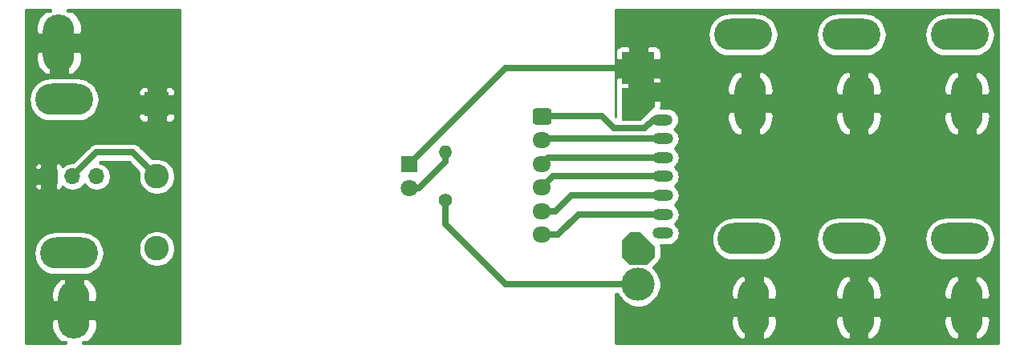
<source format=gbr>
%TF.GenerationSoftware,KiCad,Pcbnew,(5.1.9)-1*%
%TF.CreationDate,2021-04-12T23:16:35+02:00*%
%TF.ProjectId,v1_BMR480,76315f42-4d52-4343-9830-2e6b69636164,rev?*%
%TF.SameCoordinates,Original*%
%TF.FileFunction,Copper,L1,Top*%
%TF.FilePolarity,Positive*%
%FSLAX46Y46*%
G04 Gerber Fmt 4.6, Leading zero omitted, Abs format (unit mm)*
G04 Created by KiCad (PCBNEW (5.1.9)-1) date 2021-04-12 23:16:35*
%MOMM*%
%LPD*%
G01*
G04 APERTURE LIST*
%TA.AperFunction,ComponentPad*%
%ADD10C,0.100000*%
%TD*%
%TA.AperFunction,ComponentPad*%
%ADD11O,2.200000X1.200000*%
%TD*%
%TA.AperFunction,ComponentPad*%
%ADD12C,3.500001*%
%TD*%
%TA.AperFunction,ComponentPad*%
%ADD13R,3.500000X3.500000*%
%TD*%
%TA.AperFunction,ComponentPad*%
%ADD14R,2.600000X2.600000*%
%TD*%
%TA.AperFunction,ComponentPad*%
%ADD15C,2.600000*%
%TD*%
%TA.AperFunction,ComponentPad*%
%ADD16O,1.400000X1.400000*%
%TD*%
%TA.AperFunction,ComponentPad*%
%ADD17C,1.400000*%
%TD*%
%TA.AperFunction,ComponentPad*%
%ADD18O,1.700000X1.700000*%
%TD*%
%TA.AperFunction,ComponentPad*%
%ADD19R,1.700000X1.700000*%
%TD*%
%TA.AperFunction,ComponentPad*%
%ADD20O,6.096000X3.302000*%
%TD*%
%TA.AperFunction,ComponentPad*%
%ADD21O,3.302000X6.096000*%
%TD*%
%TA.AperFunction,ComponentPad*%
%ADD22O,1.950000X1.700000*%
%TD*%
%TA.AperFunction,ComponentPad*%
%ADD23C,1.800000*%
%TD*%
%TA.AperFunction,ComponentPad*%
%ADD24R,1.800000X1.800000*%
%TD*%
%TA.AperFunction,Conductor*%
%ADD25C,0.700000*%
%TD*%
%TA.AperFunction,Conductor*%
%ADD26C,2.000000*%
%TD*%
%TA.AperFunction,Conductor*%
%ADD27C,0.254000*%
%TD*%
%TA.AperFunction,Conductor*%
%ADD28C,0.100000*%
%TD*%
G04 APERTURE END LIST*
%TA.AperFunction,ComponentPad*%
D10*
%TO.P,PS1,5*%
%TO.N,-VOUT*%
G36*
X143760000Y-57630000D02*
G01*
X141760000Y-57630000D01*
X141760000Y-54130000D01*
X145260000Y-54130000D01*
X145260000Y-56130000D01*
X143760000Y-57630000D01*
G37*
%TD.AperFunction*%
D11*
%TO.P,PS1,15*%
%TO.N,SA0*%
X146110000Y-69500000D03*
%TO.P,PS1,14*%
%TO.N,SA1*%
X146110000Y-67500000D03*
%TO.P,PS1,13*%
%TO.N,Net-(J3-Pad5)*%
X146110000Y-65500000D03*
%TO.P,PS1,12*%
%TO.N,Net-(J3-Pad4)*%
X146110000Y-63500000D03*
%TO.P,PS1,11*%
%TO.N,Net-(J3-Pad3)*%
X146110000Y-61500000D03*
%TO.P,PS1,10*%
%TO.N,Net-(J3-Pad2)*%
X146110000Y-59500000D03*
%TO.P,PS1,9*%
%TO.N,Net-(J3-Pad1)*%
X146050000Y-57500000D03*
D12*
%TO.P,PS1,8*%
%TO.N,+VOUT*%
X143510000Y-74930000D03*
D13*
%TO.P,PS1,4*%
%TO.N,-VOUT*%
X143510000Y-52070000D03*
%TA.AperFunction,ComponentPad*%
D10*
%TO.P,PS1,7*%
%TO.N,+VOUT*%
G36*
X145260000Y-70870000D02*
G01*
X145260000Y-71995000D01*
X144385000Y-72870000D01*
X142635000Y-72870000D01*
X141760000Y-71995000D01*
X141760000Y-70245000D01*
X142635000Y-69370000D01*
X143760000Y-69370000D01*
X145260000Y-70870000D01*
G37*
%TD.AperFunction*%
D14*
%TO.P,PS1,3*%
%TO.N,-VIN*%
X92710000Y-55880000D03*
D15*
%TO.P,PS1,2*%
%TO.N,ONOFF_INV*%
X92710000Y-63500000D03*
%TO.P,PS1,1*%
%TO.N,+VIN*%
X92710000Y-71120000D03*
%TD*%
D16*
%TO.P,R1,2*%
%TO.N,Net-(D1-Pad2)*%
X123190000Y-60960000D03*
D17*
%TO.P,R1,1*%
%TO.N,+VOUT*%
X123190000Y-66040000D03*
%TD*%
D18*
%TO.P,J10,3*%
%TO.N,N/C*%
X86360000Y-63500000D03*
%TO.P,J10,2*%
%TO.N,ONOFF_INV*%
X83820000Y-63500000D03*
D19*
%TO.P,J10,1*%
%TO.N,-VIN*%
X81280000Y-63500000D03*
%TD*%
D20*
%TO.P,J9,2*%
%TO.N,+VOUT*%
X177419000Y-70104000D03*
D21*
%TO.P,J9,1*%
%TO.N,-VOUT*%
X178181000Y-77343000D03*
%TD*%
D20*
%TO.P,J8,2*%
%TO.N,+VOUT*%
X177419000Y-48514000D03*
D21*
%TO.P,J8,1*%
%TO.N,-VOUT*%
X178181000Y-55753000D03*
%TD*%
D20*
%TO.P,J7,2*%
%TO.N,+VOUT*%
X154940000Y-70104000D03*
D21*
%TO.P,J7,1*%
%TO.N,-VOUT*%
X155702000Y-77343000D03*
%TD*%
D20*
%TO.P,J6,2*%
%TO.N,+VOUT*%
X165989000Y-48514000D03*
D21*
%TO.P,J6,1*%
%TO.N,-VOUT*%
X166751000Y-55753000D03*
%TD*%
D20*
%TO.P,J5,2*%
%TO.N,+VOUT*%
X154559000Y-48514000D03*
D21*
%TO.P,J5,1*%
%TO.N,-VOUT*%
X155321000Y-55753000D03*
%TD*%
D20*
%TO.P,J4,2*%
%TO.N,+VOUT*%
X165989000Y-70104000D03*
D21*
%TO.P,J4,1*%
%TO.N,-VOUT*%
X166751000Y-77343000D03*
%TD*%
D22*
%TO.P,J3,6*%
%TO.N,SA1*%
X133350000Y-69650000D03*
%TO.P,J3,5*%
%TO.N,Net-(J3-Pad5)*%
X133350000Y-67150000D03*
%TO.P,J3,4*%
%TO.N,Net-(J3-Pad4)*%
X133350000Y-64650000D03*
%TO.P,J3,3*%
%TO.N,Net-(J3-Pad3)*%
X133350000Y-62150000D03*
%TO.P,J3,2*%
%TO.N,Net-(J3-Pad2)*%
X133350000Y-59650000D03*
%TO.P,J3,1*%
%TO.N,Net-(J3-Pad1)*%
%TA.AperFunction,ComponentPad*%
G36*
G01*
X132625000Y-56300000D02*
X134075000Y-56300000D01*
G75*
G02*
X134325000Y-56550000I0J-250000D01*
G01*
X134325000Y-57750000D01*
G75*
G02*
X134075000Y-58000000I-250000J0D01*
G01*
X132625000Y-58000000D01*
G75*
G02*
X132375000Y-57750000I0J250000D01*
G01*
X132375000Y-56550000D01*
G75*
G02*
X132625000Y-56300000I250000J0D01*
G01*
G37*
%TD.AperFunction*%
%TD*%
D21*
%TO.P,J2,1*%
%TO.N,-VIN*%
X83998000Y-77622000D03*
D20*
%TO.P,J2,2*%
%TO.N,+VIN*%
X83439000Y-71628000D03*
%TD*%
D21*
%TO.P,J1,1*%
%TO.N,-VIN*%
X82372000Y-49378000D03*
D20*
%TO.P,J1,2*%
%TO.N,+VIN*%
X82931000Y-55372000D03*
%TD*%
D23*
%TO.P,D1,2*%
%TO.N,Net-(D1-Pad2)*%
X119380000Y-64770000D03*
D24*
%TO.P,D1,1*%
%TO.N,-VOUT*%
X119380000Y-62230000D03*
%TD*%
D25*
%TO.N,Net-(D1-Pad2)*%
X120369949Y-64770000D02*
X119380000Y-64770000D01*
X123190000Y-61949949D02*
X120369949Y-64770000D01*
X123190000Y-60960000D02*
X123190000Y-61949949D01*
%TO.N,-VOUT*%
X129540000Y-52070000D02*
X143510000Y-52070000D01*
X119380000Y-62230000D02*
X129540000Y-52070000D01*
D26*
X143510000Y-52070000D02*
X143510000Y-55880000D01*
X143510000Y-55880000D02*
X144780000Y-54610000D01*
X144780000Y-54610000D02*
X147320000Y-54610000D01*
D25*
%TO.N,SA1*%
X135025000Y-69650000D02*
X133350000Y-69650000D01*
X137175000Y-67500000D02*
X135025000Y-69650000D01*
X146110000Y-67500000D02*
X137175000Y-67500000D01*
%TO.N,Net-(J3-Pad5)*%
X146110000Y-65500000D02*
X136430000Y-65500000D01*
X134780000Y-67150000D02*
X133350000Y-67150000D01*
X136430000Y-65500000D02*
X134780000Y-67150000D01*
%TO.N,Net-(J3-Pad4)*%
X134500000Y-63500000D02*
X133350000Y-64650000D01*
X146110000Y-63500000D02*
X134500000Y-63500000D01*
%TO.N,Net-(J3-Pad3)*%
X134000000Y-61500000D02*
X133350000Y-62150000D01*
X146110000Y-61500000D02*
X134000000Y-61500000D01*
%TO.N,Net-(J3-Pad2)*%
X133500000Y-59500000D02*
X133350000Y-59650000D01*
X146110000Y-59500000D02*
X133500000Y-59500000D01*
%TO.N,Net-(J3-Pad1)*%
X146050000Y-57500000D02*
X145054606Y-57500000D01*
X145054606Y-57500000D02*
X144134606Y-58420000D01*
X144134606Y-58420000D02*
X140970000Y-58420000D01*
X139700000Y-57150000D02*
X133350000Y-57150000D01*
X140970000Y-58420000D02*
X139700000Y-57150000D01*
%TO.N,+VOUT*%
X123190000Y-66040000D02*
X123190000Y-68580000D01*
X129540000Y-74930000D02*
X143510000Y-74930000D01*
X123190000Y-68580000D02*
X129540000Y-74930000D01*
%TO.N,ONOFF_INV*%
X92710000Y-63500000D02*
X90170000Y-60960000D01*
X86360000Y-60960000D02*
X83820000Y-63500000D01*
X90170000Y-60960000D02*
X86360000Y-60960000D01*
%TD*%
D27*
%TO.N,-VOUT*%
X181483000Y-81153000D02*
X141097000Y-81153000D01*
X141097000Y-78595382D01*
X153265435Y-78595382D01*
X153284039Y-79073511D01*
X153395564Y-79538823D01*
X153595724Y-79973437D01*
X153876827Y-80360651D01*
X154228071Y-80685584D01*
X154509243Y-80690160D01*
X154829000Y-80679862D01*
X154829000Y-78216000D01*
X156575000Y-78216000D01*
X156575000Y-80679862D01*
X156894757Y-80690160D01*
X157175929Y-80685584D01*
X157527173Y-80360651D01*
X157808276Y-79973437D01*
X158008436Y-79538823D01*
X158119961Y-79073511D01*
X158138565Y-78595382D01*
X164314435Y-78595382D01*
X164333039Y-79073511D01*
X164444564Y-79538823D01*
X164644724Y-79973437D01*
X164925827Y-80360651D01*
X165277071Y-80685584D01*
X165558243Y-80690160D01*
X165878000Y-80679862D01*
X165878000Y-78216000D01*
X167624000Y-78216000D01*
X167624000Y-80679862D01*
X167943757Y-80690160D01*
X168224929Y-80685584D01*
X168576173Y-80360651D01*
X168857276Y-79973437D01*
X169057436Y-79538823D01*
X169168961Y-79073511D01*
X169187565Y-78595382D01*
X175744435Y-78595382D01*
X175763039Y-79073511D01*
X175874564Y-79538823D01*
X176074724Y-79973437D01*
X176355827Y-80360651D01*
X176707071Y-80685584D01*
X176988243Y-80690160D01*
X177308000Y-80679862D01*
X177308000Y-78216000D01*
X179054000Y-78216000D01*
X179054000Y-80679862D01*
X179373757Y-80690160D01*
X179654929Y-80685584D01*
X180006173Y-80360651D01*
X180287276Y-79973437D01*
X180487436Y-79538823D01*
X180598961Y-79073511D01*
X180617565Y-78595382D01*
X180406194Y-78216000D01*
X179054000Y-78216000D01*
X177308000Y-78216000D01*
X175955806Y-78216000D01*
X175744435Y-78595382D01*
X169187565Y-78595382D01*
X168976194Y-78216000D01*
X167624000Y-78216000D01*
X165878000Y-78216000D01*
X164525806Y-78216000D01*
X164314435Y-78595382D01*
X158138565Y-78595382D01*
X157927194Y-78216000D01*
X156575000Y-78216000D01*
X154829000Y-78216000D01*
X153476806Y-78216000D01*
X153265435Y-78595382D01*
X141097000Y-78595382D01*
X141097000Y-75915000D01*
X141336495Y-75915000D01*
X141396440Y-76059721D01*
X141657450Y-76450349D01*
X141989651Y-76782550D01*
X142380279Y-77043560D01*
X142814321Y-77223346D01*
X143275098Y-77315000D01*
X143744902Y-77315000D01*
X144205679Y-77223346D01*
X144639721Y-77043560D01*
X145030349Y-76782550D01*
X145362550Y-76450349D01*
X145602915Y-76090618D01*
X153265435Y-76090618D01*
X153476806Y-76470000D01*
X154829000Y-76470000D01*
X154829000Y-74006138D01*
X156575000Y-74006138D01*
X156575000Y-76470000D01*
X157927194Y-76470000D01*
X158138565Y-76090618D01*
X164314435Y-76090618D01*
X164525806Y-76470000D01*
X165878000Y-76470000D01*
X165878000Y-74006138D01*
X167624000Y-74006138D01*
X167624000Y-76470000D01*
X168976194Y-76470000D01*
X169187565Y-76090618D01*
X175744435Y-76090618D01*
X175955806Y-76470000D01*
X177308000Y-76470000D01*
X177308000Y-74006138D01*
X179054000Y-74006138D01*
X179054000Y-76470000D01*
X180406194Y-76470000D01*
X180617565Y-76090618D01*
X180598961Y-75612489D01*
X180487436Y-75147177D01*
X180287276Y-74712563D01*
X180006173Y-74325349D01*
X179654929Y-74000416D01*
X179373757Y-73995840D01*
X179054000Y-74006138D01*
X177308000Y-74006138D01*
X176988243Y-73995840D01*
X176707071Y-74000416D01*
X176355827Y-74325349D01*
X176074724Y-74712563D01*
X175874564Y-75147177D01*
X175763039Y-75612489D01*
X175744435Y-76090618D01*
X169187565Y-76090618D01*
X169168961Y-75612489D01*
X169057436Y-75147177D01*
X168857276Y-74712563D01*
X168576173Y-74325349D01*
X168224929Y-74000416D01*
X167943757Y-73995840D01*
X167624000Y-74006138D01*
X165878000Y-74006138D01*
X165558243Y-73995840D01*
X165277071Y-74000416D01*
X164925827Y-74325349D01*
X164644724Y-74712563D01*
X164444564Y-75147177D01*
X164333039Y-75612489D01*
X164314435Y-76090618D01*
X158138565Y-76090618D01*
X158119961Y-75612489D01*
X158008436Y-75147177D01*
X157808276Y-74712563D01*
X157527173Y-74325349D01*
X157175929Y-74000416D01*
X156894757Y-73995840D01*
X156575000Y-74006138D01*
X154829000Y-74006138D01*
X154509243Y-73995840D01*
X154228071Y-74000416D01*
X153876827Y-74325349D01*
X153595724Y-74712563D01*
X153395564Y-75147177D01*
X153284039Y-75612489D01*
X153265435Y-76090618D01*
X145602915Y-76090618D01*
X145623560Y-76059721D01*
X145803346Y-75625679D01*
X145895000Y-75164902D01*
X145895000Y-74695098D01*
X145803346Y-74234321D01*
X145623560Y-73800279D01*
X145362550Y-73409651D01*
X145055135Y-73102236D01*
X145711185Y-72446185D01*
X145790537Y-72349494D01*
X145849502Y-72239180D01*
X145885812Y-72119482D01*
X145898072Y-71995000D01*
X145898072Y-70870000D01*
X145885812Y-70745518D01*
X145882621Y-70735000D01*
X146670665Y-70735000D01*
X146852102Y-70717130D01*
X147084901Y-70646511D01*
X147299449Y-70531833D01*
X147487502Y-70377502D01*
X147641833Y-70189449D01*
X147687506Y-70104000D01*
X151245940Y-70104000D01*
X151290077Y-70552134D01*
X151420793Y-70983047D01*
X151633064Y-71380178D01*
X151918733Y-71728267D01*
X152266822Y-72013936D01*
X152663953Y-72226207D01*
X153094866Y-72356923D01*
X153430705Y-72390000D01*
X156449295Y-72390000D01*
X156785134Y-72356923D01*
X157216047Y-72226207D01*
X157613178Y-72013936D01*
X157961267Y-71728267D01*
X158246936Y-71380178D01*
X158459207Y-70983047D01*
X158589923Y-70552134D01*
X158634060Y-70104000D01*
X162294940Y-70104000D01*
X162339077Y-70552134D01*
X162469793Y-70983047D01*
X162682064Y-71380178D01*
X162967733Y-71728267D01*
X163315822Y-72013936D01*
X163712953Y-72226207D01*
X164143866Y-72356923D01*
X164479705Y-72390000D01*
X167498295Y-72390000D01*
X167834134Y-72356923D01*
X168265047Y-72226207D01*
X168662178Y-72013936D01*
X169010267Y-71728267D01*
X169295936Y-71380178D01*
X169508207Y-70983047D01*
X169638923Y-70552134D01*
X169683060Y-70104000D01*
X173724940Y-70104000D01*
X173769077Y-70552134D01*
X173899793Y-70983047D01*
X174112064Y-71380178D01*
X174397733Y-71728267D01*
X174745822Y-72013936D01*
X175142953Y-72226207D01*
X175573866Y-72356923D01*
X175909705Y-72390000D01*
X178928295Y-72390000D01*
X179264134Y-72356923D01*
X179695047Y-72226207D01*
X180092178Y-72013936D01*
X180440267Y-71728267D01*
X180725936Y-71380178D01*
X180938207Y-70983047D01*
X181068923Y-70552134D01*
X181113060Y-70104000D01*
X181068923Y-69655866D01*
X180938207Y-69224953D01*
X180725936Y-68827822D01*
X180440267Y-68479733D01*
X180092178Y-68194064D01*
X179695047Y-67981793D01*
X179264134Y-67851077D01*
X178928295Y-67818000D01*
X175909705Y-67818000D01*
X175573866Y-67851077D01*
X175142953Y-67981793D01*
X174745822Y-68194064D01*
X174397733Y-68479733D01*
X174112064Y-68827822D01*
X173899793Y-69224953D01*
X173769077Y-69655866D01*
X173724940Y-70104000D01*
X169683060Y-70104000D01*
X169638923Y-69655866D01*
X169508207Y-69224953D01*
X169295936Y-68827822D01*
X169010267Y-68479733D01*
X168662178Y-68194064D01*
X168265047Y-67981793D01*
X167834134Y-67851077D01*
X167498295Y-67818000D01*
X164479705Y-67818000D01*
X164143866Y-67851077D01*
X163712953Y-67981793D01*
X163315822Y-68194064D01*
X162967733Y-68479733D01*
X162682064Y-68827822D01*
X162469793Y-69224953D01*
X162339077Y-69655866D01*
X162294940Y-70104000D01*
X158634060Y-70104000D01*
X158589923Y-69655866D01*
X158459207Y-69224953D01*
X158246936Y-68827822D01*
X157961267Y-68479733D01*
X157613178Y-68194064D01*
X157216047Y-67981793D01*
X156785134Y-67851077D01*
X156449295Y-67818000D01*
X153430705Y-67818000D01*
X153094866Y-67851077D01*
X152663953Y-67981793D01*
X152266822Y-68194064D01*
X151918733Y-68479733D01*
X151633064Y-68827822D01*
X151420793Y-69224953D01*
X151290077Y-69655866D01*
X151245940Y-70104000D01*
X147687506Y-70104000D01*
X147756511Y-69974901D01*
X147827130Y-69742102D01*
X147850975Y-69500000D01*
X147827130Y-69257898D01*
X147756511Y-69025099D01*
X147641833Y-68810551D01*
X147487502Y-68622498D01*
X147338238Y-68500000D01*
X147487502Y-68377502D01*
X147641833Y-68189449D01*
X147756511Y-67974901D01*
X147827130Y-67742102D01*
X147850975Y-67500000D01*
X147827130Y-67257898D01*
X147756511Y-67025099D01*
X147641833Y-66810551D01*
X147487502Y-66622498D01*
X147338238Y-66500000D01*
X147487502Y-66377502D01*
X147641833Y-66189449D01*
X147756511Y-65974901D01*
X147827130Y-65742102D01*
X147850975Y-65500000D01*
X147827130Y-65257898D01*
X147756511Y-65025099D01*
X147641833Y-64810551D01*
X147487502Y-64622498D01*
X147338238Y-64500000D01*
X147487502Y-64377502D01*
X147641833Y-64189449D01*
X147756511Y-63974901D01*
X147827130Y-63742102D01*
X147850975Y-63500000D01*
X147827130Y-63257898D01*
X147756511Y-63025099D01*
X147641833Y-62810551D01*
X147487502Y-62622498D01*
X147338238Y-62500000D01*
X147487502Y-62377502D01*
X147641833Y-62189449D01*
X147756511Y-61974901D01*
X147827130Y-61742102D01*
X147850975Y-61500000D01*
X147827130Y-61257898D01*
X147756511Y-61025099D01*
X147641833Y-60810551D01*
X147487502Y-60622498D01*
X147338238Y-60500000D01*
X147487502Y-60377502D01*
X147641833Y-60189449D01*
X147756511Y-59974901D01*
X147827130Y-59742102D01*
X147850975Y-59500000D01*
X147827130Y-59257898D01*
X147756511Y-59025099D01*
X147641833Y-58810551D01*
X147487502Y-58622498D01*
X147308238Y-58475380D01*
X147427502Y-58377502D01*
X147581833Y-58189449D01*
X147696511Y-57974901D01*
X147767130Y-57742102D01*
X147790975Y-57500000D01*
X147767130Y-57257898D01*
X147696511Y-57025099D01*
X147685973Y-57005382D01*
X152884435Y-57005382D01*
X152903039Y-57483511D01*
X153014564Y-57948823D01*
X153214724Y-58383437D01*
X153495827Y-58770651D01*
X153847071Y-59095584D01*
X154128243Y-59100160D01*
X154448000Y-59089862D01*
X154448000Y-56626000D01*
X156194000Y-56626000D01*
X156194000Y-59089862D01*
X156513757Y-59100160D01*
X156794929Y-59095584D01*
X157146173Y-58770651D01*
X157427276Y-58383437D01*
X157627436Y-57948823D01*
X157738961Y-57483511D01*
X157757565Y-57005382D01*
X164314435Y-57005382D01*
X164333039Y-57483511D01*
X164444564Y-57948823D01*
X164644724Y-58383437D01*
X164925827Y-58770651D01*
X165277071Y-59095584D01*
X165558243Y-59100160D01*
X165878000Y-59089862D01*
X165878000Y-56626000D01*
X167624000Y-56626000D01*
X167624000Y-59089862D01*
X167943757Y-59100160D01*
X168224929Y-59095584D01*
X168576173Y-58770651D01*
X168857276Y-58383437D01*
X169057436Y-57948823D01*
X169168961Y-57483511D01*
X169187565Y-57005382D01*
X175744435Y-57005382D01*
X175763039Y-57483511D01*
X175874564Y-57948823D01*
X176074724Y-58383437D01*
X176355827Y-58770651D01*
X176707071Y-59095584D01*
X176988243Y-59100160D01*
X177308000Y-59089862D01*
X177308000Y-56626000D01*
X179054000Y-56626000D01*
X179054000Y-59089862D01*
X179373757Y-59100160D01*
X179654929Y-59095584D01*
X180006173Y-58770651D01*
X180287276Y-58383437D01*
X180487436Y-57948823D01*
X180598961Y-57483511D01*
X180617565Y-57005382D01*
X180406194Y-56626000D01*
X179054000Y-56626000D01*
X177308000Y-56626000D01*
X175955806Y-56626000D01*
X175744435Y-57005382D01*
X169187565Y-57005382D01*
X168976194Y-56626000D01*
X167624000Y-56626000D01*
X165878000Y-56626000D01*
X164525806Y-56626000D01*
X164314435Y-57005382D01*
X157757565Y-57005382D01*
X157546194Y-56626000D01*
X156194000Y-56626000D01*
X154448000Y-56626000D01*
X153095806Y-56626000D01*
X152884435Y-57005382D01*
X147685973Y-57005382D01*
X147581833Y-56810551D01*
X147427502Y-56622498D01*
X147239449Y-56468167D01*
X147024901Y-56353489D01*
X146792102Y-56282870D01*
X146610665Y-56265000D01*
X145882621Y-56265000D01*
X145885812Y-56254482D01*
X145898072Y-56130000D01*
X145898072Y-54500618D01*
X152884435Y-54500618D01*
X153095806Y-54880000D01*
X154448000Y-54880000D01*
X154448000Y-52416138D01*
X156194000Y-52416138D01*
X156194000Y-54880000D01*
X157546194Y-54880000D01*
X157757565Y-54500618D01*
X164314435Y-54500618D01*
X164525806Y-54880000D01*
X165878000Y-54880000D01*
X165878000Y-52416138D01*
X167624000Y-52416138D01*
X167624000Y-54880000D01*
X168976194Y-54880000D01*
X169187565Y-54500618D01*
X175744435Y-54500618D01*
X175955806Y-54880000D01*
X177308000Y-54880000D01*
X177308000Y-52416138D01*
X179054000Y-52416138D01*
X179054000Y-54880000D01*
X180406194Y-54880000D01*
X180617565Y-54500618D01*
X180598961Y-54022489D01*
X180487436Y-53557177D01*
X180287276Y-53122563D01*
X180006173Y-52735349D01*
X179654929Y-52410416D01*
X179373757Y-52405840D01*
X179054000Y-52416138D01*
X177308000Y-52416138D01*
X176988243Y-52405840D01*
X176707071Y-52410416D01*
X176355827Y-52735349D01*
X176074724Y-53122563D01*
X175874564Y-53557177D01*
X175763039Y-54022489D01*
X175744435Y-54500618D01*
X169187565Y-54500618D01*
X169168961Y-54022489D01*
X169057436Y-53557177D01*
X168857276Y-53122563D01*
X168576173Y-52735349D01*
X168224929Y-52410416D01*
X167943757Y-52405840D01*
X167624000Y-52416138D01*
X165878000Y-52416138D01*
X165558243Y-52405840D01*
X165277071Y-52410416D01*
X164925827Y-52735349D01*
X164644724Y-53122563D01*
X164444564Y-53557177D01*
X164333039Y-54022489D01*
X164314435Y-54500618D01*
X157757565Y-54500618D01*
X157738961Y-54022489D01*
X157627436Y-53557177D01*
X157427276Y-53122563D01*
X157146173Y-52735349D01*
X156794929Y-52410416D01*
X156513757Y-52405840D01*
X156194000Y-52416138D01*
X154448000Y-52416138D01*
X154128243Y-52405840D01*
X153847071Y-52410416D01*
X153495827Y-52735349D01*
X153214724Y-53122563D01*
X153014564Y-53557177D01*
X152903039Y-54022489D01*
X152884435Y-54500618D01*
X145898072Y-54500618D01*
X145898072Y-54130000D01*
X145885812Y-54005518D01*
X145876554Y-53975000D01*
X145885812Y-53944482D01*
X145898072Y-53820000D01*
X145895000Y-53101750D01*
X145736250Y-52943000D01*
X144383000Y-52943000D01*
X144383000Y-52963000D01*
X142637000Y-52963000D01*
X142637000Y-52943000D01*
X141283750Y-52943000D01*
X141125000Y-53101750D01*
X141121928Y-53820000D01*
X141134188Y-53944482D01*
X141143446Y-53975000D01*
X141134188Y-54005518D01*
X141121928Y-54130000D01*
X141121928Y-57178928D01*
X141097000Y-57154000D01*
X141097000Y-50320000D01*
X141121928Y-50320000D01*
X141125000Y-51038250D01*
X141283750Y-51197000D01*
X142637000Y-51197000D01*
X142637000Y-49843750D01*
X144383000Y-49843750D01*
X144383000Y-51197000D01*
X145736250Y-51197000D01*
X145895000Y-51038250D01*
X145898072Y-50320000D01*
X145885812Y-50195518D01*
X145849502Y-50075820D01*
X145790537Y-49965506D01*
X145711185Y-49868815D01*
X145614494Y-49789463D01*
X145504180Y-49730498D01*
X145384482Y-49694188D01*
X145260000Y-49681928D01*
X144541750Y-49685000D01*
X144383000Y-49843750D01*
X142637000Y-49843750D01*
X142478250Y-49685000D01*
X141760000Y-49681928D01*
X141635518Y-49694188D01*
X141515820Y-49730498D01*
X141405506Y-49789463D01*
X141308815Y-49868815D01*
X141229463Y-49965506D01*
X141170498Y-50075820D01*
X141134188Y-50195518D01*
X141121928Y-50320000D01*
X141097000Y-50320000D01*
X141097000Y-48514000D01*
X150864940Y-48514000D01*
X150909077Y-48962134D01*
X151039793Y-49393047D01*
X151252064Y-49790178D01*
X151537733Y-50138267D01*
X151885822Y-50423936D01*
X152282953Y-50636207D01*
X152713866Y-50766923D01*
X153049705Y-50800000D01*
X156068295Y-50800000D01*
X156404134Y-50766923D01*
X156835047Y-50636207D01*
X157232178Y-50423936D01*
X157580267Y-50138267D01*
X157865936Y-49790178D01*
X158078207Y-49393047D01*
X158208923Y-48962134D01*
X158253060Y-48514000D01*
X162294940Y-48514000D01*
X162339077Y-48962134D01*
X162469793Y-49393047D01*
X162682064Y-49790178D01*
X162967733Y-50138267D01*
X163315822Y-50423936D01*
X163712953Y-50636207D01*
X164143866Y-50766923D01*
X164479705Y-50800000D01*
X167498295Y-50800000D01*
X167834134Y-50766923D01*
X168265047Y-50636207D01*
X168662178Y-50423936D01*
X169010267Y-50138267D01*
X169295936Y-49790178D01*
X169508207Y-49393047D01*
X169638923Y-48962134D01*
X169683060Y-48514000D01*
X173724940Y-48514000D01*
X173769077Y-48962134D01*
X173899793Y-49393047D01*
X174112064Y-49790178D01*
X174397733Y-50138267D01*
X174745822Y-50423936D01*
X175142953Y-50636207D01*
X175573866Y-50766923D01*
X175909705Y-50800000D01*
X178928295Y-50800000D01*
X179264134Y-50766923D01*
X179695047Y-50636207D01*
X180092178Y-50423936D01*
X180440267Y-50138267D01*
X180725936Y-49790178D01*
X180938207Y-49393047D01*
X181068923Y-48962134D01*
X181113060Y-48514000D01*
X181068923Y-48065866D01*
X180938207Y-47634953D01*
X180725936Y-47237822D01*
X180440267Y-46889733D01*
X180092178Y-46604064D01*
X179695047Y-46391793D01*
X179264134Y-46261077D01*
X178928295Y-46228000D01*
X175909705Y-46228000D01*
X175573866Y-46261077D01*
X175142953Y-46391793D01*
X174745822Y-46604064D01*
X174397733Y-46889733D01*
X174112064Y-47237822D01*
X173899793Y-47634953D01*
X173769077Y-48065866D01*
X173724940Y-48514000D01*
X169683060Y-48514000D01*
X169638923Y-48065866D01*
X169508207Y-47634953D01*
X169295936Y-47237822D01*
X169010267Y-46889733D01*
X168662178Y-46604064D01*
X168265047Y-46391793D01*
X167834134Y-46261077D01*
X167498295Y-46228000D01*
X164479705Y-46228000D01*
X164143866Y-46261077D01*
X163712953Y-46391793D01*
X163315822Y-46604064D01*
X162967733Y-46889733D01*
X162682064Y-47237822D01*
X162469793Y-47634953D01*
X162339077Y-48065866D01*
X162294940Y-48514000D01*
X158253060Y-48514000D01*
X158208923Y-48065866D01*
X158078207Y-47634953D01*
X157865936Y-47237822D01*
X157580267Y-46889733D01*
X157232178Y-46604064D01*
X156835047Y-46391793D01*
X156404134Y-46261077D01*
X156068295Y-46228000D01*
X153049705Y-46228000D01*
X152713866Y-46261077D01*
X152282953Y-46391793D01*
X151885822Y-46604064D01*
X151537733Y-46889733D01*
X151252064Y-47237822D01*
X151039793Y-47634953D01*
X150909077Y-48065866D01*
X150864940Y-48514000D01*
X141097000Y-48514000D01*
X141097000Y-45847000D01*
X181483000Y-45847000D01*
X181483000Y-81153000D01*
%TA.AperFunction,Conductor*%
D28*
G36*
X181483000Y-81153000D02*
G01*
X141097000Y-81153000D01*
X141097000Y-78595382D01*
X153265435Y-78595382D01*
X153284039Y-79073511D01*
X153395564Y-79538823D01*
X153595724Y-79973437D01*
X153876827Y-80360651D01*
X154228071Y-80685584D01*
X154509243Y-80690160D01*
X154829000Y-80679862D01*
X154829000Y-78216000D01*
X156575000Y-78216000D01*
X156575000Y-80679862D01*
X156894757Y-80690160D01*
X157175929Y-80685584D01*
X157527173Y-80360651D01*
X157808276Y-79973437D01*
X158008436Y-79538823D01*
X158119961Y-79073511D01*
X158138565Y-78595382D01*
X164314435Y-78595382D01*
X164333039Y-79073511D01*
X164444564Y-79538823D01*
X164644724Y-79973437D01*
X164925827Y-80360651D01*
X165277071Y-80685584D01*
X165558243Y-80690160D01*
X165878000Y-80679862D01*
X165878000Y-78216000D01*
X167624000Y-78216000D01*
X167624000Y-80679862D01*
X167943757Y-80690160D01*
X168224929Y-80685584D01*
X168576173Y-80360651D01*
X168857276Y-79973437D01*
X169057436Y-79538823D01*
X169168961Y-79073511D01*
X169187565Y-78595382D01*
X175744435Y-78595382D01*
X175763039Y-79073511D01*
X175874564Y-79538823D01*
X176074724Y-79973437D01*
X176355827Y-80360651D01*
X176707071Y-80685584D01*
X176988243Y-80690160D01*
X177308000Y-80679862D01*
X177308000Y-78216000D01*
X179054000Y-78216000D01*
X179054000Y-80679862D01*
X179373757Y-80690160D01*
X179654929Y-80685584D01*
X180006173Y-80360651D01*
X180287276Y-79973437D01*
X180487436Y-79538823D01*
X180598961Y-79073511D01*
X180617565Y-78595382D01*
X180406194Y-78216000D01*
X179054000Y-78216000D01*
X177308000Y-78216000D01*
X175955806Y-78216000D01*
X175744435Y-78595382D01*
X169187565Y-78595382D01*
X168976194Y-78216000D01*
X167624000Y-78216000D01*
X165878000Y-78216000D01*
X164525806Y-78216000D01*
X164314435Y-78595382D01*
X158138565Y-78595382D01*
X157927194Y-78216000D01*
X156575000Y-78216000D01*
X154829000Y-78216000D01*
X153476806Y-78216000D01*
X153265435Y-78595382D01*
X141097000Y-78595382D01*
X141097000Y-75915000D01*
X141336495Y-75915000D01*
X141396440Y-76059721D01*
X141657450Y-76450349D01*
X141989651Y-76782550D01*
X142380279Y-77043560D01*
X142814321Y-77223346D01*
X143275098Y-77315000D01*
X143744902Y-77315000D01*
X144205679Y-77223346D01*
X144639721Y-77043560D01*
X145030349Y-76782550D01*
X145362550Y-76450349D01*
X145602915Y-76090618D01*
X153265435Y-76090618D01*
X153476806Y-76470000D01*
X154829000Y-76470000D01*
X154829000Y-74006138D01*
X156575000Y-74006138D01*
X156575000Y-76470000D01*
X157927194Y-76470000D01*
X158138565Y-76090618D01*
X164314435Y-76090618D01*
X164525806Y-76470000D01*
X165878000Y-76470000D01*
X165878000Y-74006138D01*
X167624000Y-74006138D01*
X167624000Y-76470000D01*
X168976194Y-76470000D01*
X169187565Y-76090618D01*
X175744435Y-76090618D01*
X175955806Y-76470000D01*
X177308000Y-76470000D01*
X177308000Y-74006138D01*
X179054000Y-74006138D01*
X179054000Y-76470000D01*
X180406194Y-76470000D01*
X180617565Y-76090618D01*
X180598961Y-75612489D01*
X180487436Y-75147177D01*
X180287276Y-74712563D01*
X180006173Y-74325349D01*
X179654929Y-74000416D01*
X179373757Y-73995840D01*
X179054000Y-74006138D01*
X177308000Y-74006138D01*
X176988243Y-73995840D01*
X176707071Y-74000416D01*
X176355827Y-74325349D01*
X176074724Y-74712563D01*
X175874564Y-75147177D01*
X175763039Y-75612489D01*
X175744435Y-76090618D01*
X169187565Y-76090618D01*
X169168961Y-75612489D01*
X169057436Y-75147177D01*
X168857276Y-74712563D01*
X168576173Y-74325349D01*
X168224929Y-74000416D01*
X167943757Y-73995840D01*
X167624000Y-74006138D01*
X165878000Y-74006138D01*
X165558243Y-73995840D01*
X165277071Y-74000416D01*
X164925827Y-74325349D01*
X164644724Y-74712563D01*
X164444564Y-75147177D01*
X164333039Y-75612489D01*
X164314435Y-76090618D01*
X158138565Y-76090618D01*
X158119961Y-75612489D01*
X158008436Y-75147177D01*
X157808276Y-74712563D01*
X157527173Y-74325349D01*
X157175929Y-74000416D01*
X156894757Y-73995840D01*
X156575000Y-74006138D01*
X154829000Y-74006138D01*
X154509243Y-73995840D01*
X154228071Y-74000416D01*
X153876827Y-74325349D01*
X153595724Y-74712563D01*
X153395564Y-75147177D01*
X153284039Y-75612489D01*
X153265435Y-76090618D01*
X145602915Y-76090618D01*
X145623560Y-76059721D01*
X145803346Y-75625679D01*
X145895000Y-75164902D01*
X145895000Y-74695098D01*
X145803346Y-74234321D01*
X145623560Y-73800279D01*
X145362550Y-73409651D01*
X145055135Y-73102236D01*
X145711185Y-72446185D01*
X145790537Y-72349494D01*
X145849502Y-72239180D01*
X145885812Y-72119482D01*
X145898072Y-71995000D01*
X145898072Y-70870000D01*
X145885812Y-70745518D01*
X145882621Y-70735000D01*
X146670665Y-70735000D01*
X146852102Y-70717130D01*
X147084901Y-70646511D01*
X147299449Y-70531833D01*
X147487502Y-70377502D01*
X147641833Y-70189449D01*
X147687506Y-70104000D01*
X151245940Y-70104000D01*
X151290077Y-70552134D01*
X151420793Y-70983047D01*
X151633064Y-71380178D01*
X151918733Y-71728267D01*
X152266822Y-72013936D01*
X152663953Y-72226207D01*
X153094866Y-72356923D01*
X153430705Y-72390000D01*
X156449295Y-72390000D01*
X156785134Y-72356923D01*
X157216047Y-72226207D01*
X157613178Y-72013936D01*
X157961267Y-71728267D01*
X158246936Y-71380178D01*
X158459207Y-70983047D01*
X158589923Y-70552134D01*
X158634060Y-70104000D01*
X162294940Y-70104000D01*
X162339077Y-70552134D01*
X162469793Y-70983047D01*
X162682064Y-71380178D01*
X162967733Y-71728267D01*
X163315822Y-72013936D01*
X163712953Y-72226207D01*
X164143866Y-72356923D01*
X164479705Y-72390000D01*
X167498295Y-72390000D01*
X167834134Y-72356923D01*
X168265047Y-72226207D01*
X168662178Y-72013936D01*
X169010267Y-71728267D01*
X169295936Y-71380178D01*
X169508207Y-70983047D01*
X169638923Y-70552134D01*
X169683060Y-70104000D01*
X173724940Y-70104000D01*
X173769077Y-70552134D01*
X173899793Y-70983047D01*
X174112064Y-71380178D01*
X174397733Y-71728267D01*
X174745822Y-72013936D01*
X175142953Y-72226207D01*
X175573866Y-72356923D01*
X175909705Y-72390000D01*
X178928295Y-72390000D01*
X179264134Y-72356923D01*
X179695047Y-72226207D01*
X180092178Y-72013936D01*
X180440267Y-71728267D01*
X180725936Y-71380178D01*
X180938207Y-70983047D01*
X181068923Y-70552134D01*
X181113060Y-70104000D01*
X181068923Y-69655866D01*
X180938207Y-69224953D01*
X180725936Y-68827822D01*
X180440267Y-68479733D01*
X180092178Y-68194064D01*
X179695047Y-67981793D01*
X179264134Y-67851077D01*
X178928295Y-67818000D01*
X175909705Y-67818000D01*
X175573866Y-67851077D01*
X175142953Y-67981793D01*
X174745822Y-68194064D01*
X174397733Y-68479733D01*
X174112064Y-68827822D01*
X173899793Y-69224953D01*
X173769077Y-69655866D01*
X173724940Y-70104000D01*
X169683060Y-70104000D01*
X169638923Y-69655866D01*
X169508207Y-69224953D01*
X169295936Y-68827822D01*
X169010267Y-68479733D01*
X168662178Y-68194064D01*
X168265047Y-67981793D01*
X167834134Y-67851077D01*
X167498295Y-67818000D01*
X164479705Y-67818000D01*
X164143866Y-67851077D01*
X163712953Y-67981793D01*
X163315822Y-68194064D01*
X162967733Y-68479733D01*
X162682064Y-68827822D01*
X162469793Y-69224953D01*
X162339077Y-69655866D01*
X162294940Y-70104000D01*
X158634060Y-70104000D01*
X158589923Y-69655866D01*
X158459207Y-69224953D01*
X158246936Y-68827822D01*
X157961267Y-68479733D01*
X157613178Y-68194064D01*
X157216047Y-67981793D01*
X156785134Y-67851077D01*
X156449295Y-67818000D01*
X153430705Y-67818000D01*
X153094866Y-67851077D01*
X152663953Y-67981793D01*
X152266822Y-68194064D01*
X151918733Y-68479733D01*
X151633064Y-68827822D01*
X151420793Y-69224953D01*
X151290077Y-69655866D01*
X151245940Y-70104000D01*
X147687506Y-70104000D01*
X147756511Y-69974901D01*
X147827130Y-69742102D01*
X147850975Y-69500000D01*
X147827130Y-69257898D01*
X147756511Y-69025099D01*
X147641833Y-68810551D01*
X147487502Y-68622498D01*
X147338238Y-68500000D01*
X147487502Y-68377502D01*
X147641833Y-68189449D01*
X147756511Y-67974901D01*
X147827130Y-67742102D01*
X147850975Y-67500000D01*
X147827130Y-67257898D01*
X147756511Y-67025099D01*
X147641833Y-66810551D01*
X147487502Y-66622498D01*
X147338238Y-66500000D01*
X147487502Y-66377502D01*
X147641833Y-66189449D01*
X147756511Y-65974901D01*
X147827130Y-65742102D01*
X147850975Y-65500000D01*
X147827130Y-65257898D01*
X147756511Y-65025099D01*
X147641833Y-64810551D01*
X147487502Y-64622498D01*
X147338238Y-64500000D01*
X147487502Y-64377502D01*
X147641833Y-64189449D01*
X147756511Y-63974901D01*
X147827130Y-63742102D01*
X147850975Y-63500000D01*
X147827130Y-63257898D01*
X147756511Y-63025099D01*
X147641833Y-62810551D01*
X147487502Y-62622498D01*
X147338238Y-62500000D01*
X147487502Y-62377502D01*
X147641833Y-62189449D01*
X147756511Y-61974901D01*
X147827130Y-61742102D01*
X147850975Y-61500000D01*
X147827130Y-61257898D01*
X147756511Y-61025099D01*
X147641833Y-60810551D01*
X147487502Y-60622498D01*
X147338238Y-60500000D01*
X147487502Y-60377502D01*
X147641833Y-60189449D01*
X147756511Y-59974901D01*
X147827130Y-59742102D01*
X147850975Y-59500000D01*
X147827130Y-59257898D01*
X147756511Y-59025099D01*
X147641833Y-58810551D01*
X147487502Y-58622498D01*
X147308238Y-58475380D01*
X147427502Y-58377502D01*
X147581833Y-58189449D01*
X147696511Y-57974901D01*
X147767130Y-57742102D01*
X147790975Y-57500000D01*
X147767130Y-57257898D01*
X147696511Y-57025099D01*
X147685973Y-57005382D01*
X152884435Y-57005382D01*
X152903039Y-57483511D01*
X153014564Y-57948823D01*
X153214724Y-58383437D01*
X153495827Y-58770651D01*
X153847071Y-59095584D01*
X154128243Y-59100160D01*
X154448000Y-59089862D01*
X154448000Y-56626000D01*
X156194000Y-56626000D01*
X156194000Y-59089862D01*
X156513757Y-59100160D01*
X156794929Y-59095584D01*
X157146173Y-58770651D01*
X157427276Y-58383437D01*
X157627436Y-57948823D01*
X157738961Y-57483511D01*
X157757565Y-57005382D01*
X164314435Y-57005382D01*
X164333039Y-57483511D01*
X164444564Y-57948823D01*
X164644724Y-58383437D01*
X164925827Y-58770651D01*
X165277071Y-59095584D01*
X165558243Y-59100160D01*
X165878000Y-59089862D01*
X165878000Y-56626000D01*
X167624000Y-56626000D01*
X167624000Y-59089862D01*
X167943757Y-59100160D01*
X168224929Y-59095584D01*
X168576173Y-58770651D01*
X168857276Y-58383437D01*
X169057436Y-57948823D01*
X169168961Y-57483511D01*
X169187565Y-57005382D01*
X175744435Y-57005382D01*
X175763039Y-57483511D01*
X175874564Y-57948823D01*
X176074724Y-58383437D01*
X176355827Y-58770651D01*
X176707071Y-59095584D01*
X176988243Y-59100160D01*
X177308000Y-59089862D01*
X177308000Y-56626000D01*
X179054000Y-56626000D01*
X179054000Y-59089862D01*
X179373757Y-59100160D01*
X179654929Y-59095584D01*
X180006173Y-58770651D01*
X180287276Y-58383437D01*
X180487436Y-57948823D01*
X180598961Y-57483511D01*
X180617565Y-57005382D01*
X180406194Y-56626000D01*
X179054000Y-56626000D01*
X177308000Y-56626000D01*
X175955806Y-56626000D01*
X175744435Y-57005382D01*
X169187565Y-57005382D01*
X168976194Y-56626000D01*
X167624000Y-56626000D01*
X165878000Y-56626000D01*
X164525806Y-56626000D01*
X164314435Y-57005382D01*
X157757565Y-57005382D01*
X157546194Y-56626000D01*
X156194000Y-56626000D01*
X154448000Y-56626000D01*
X153095806Y-56626000D01*
X152884435Y-57005382D01*
X147685973Y-57005382D01*
X147581833Y-56810551D01*
X147427502Y-56622498D01*
X147239449Y-56468167D01*
X147024901Y-56353489D01*
X146792102Y-56282870D01*
X146610665Y-56265000D01*
X145882621Y-56265000D01*
X145885812Y-56254482D01*
X145898072Y-56130000D01*
X145898072Y-54500618D01*
X152884435Y-54500618D01*
X153095806Y-54880000D01*
X154448000Y-54880000D01*
X154448000Y-52416138D01*
X156194000Y-52416138D01*
X156194000Y-54880000D01*
X157546194Y-54880000D01*
X157757565Y-54500618D01*
X164314435Y-54500618D01*
X164525806Y-54880000D01*
X165878000Y-54880000D01*
X165878000Y-52416138D01*
X167624000Y-52416138D01*
X167624000Y-54880000D01*
X168976194Y-54880000D01*
X169187565Y-54500618D01*
X175744435Y-54500618D01*
X175955806Y-54880000D01*
X177308000Y-54880000D01*
X177308000Y-52416138D01*
X179054000Y-52416138D01*
X179054000Y-54880000D01*
X180406194Y-54880000D01*
X180617565Y-54500618D01*
X180598961Y-54022489D01*
X180487436Y-53557177D01*
X180287276Y-53122563D01*
X180006173Y-52735349D01*
X179654929Y-52410416D01*
X179373757Y-52405840D01*
X179054000Y-52416138D01*
X177308000Y-52416138D01*
X176988243Y-52405840D01*
X176707071Y-52410416D01*
X176355827Y-52735349D01*
X176074724Y-53122563D01*
X175874564Y-53557177D01*
X175763039Y-54022489D01*
X175744435Y-54500618D01*
X169187565Y-54500618D01*
X169168961Y-54022489D01*
X169057436Y-53557177D01*
X168857276Y-53122563D01*
X168576173Y-52735349D01*
X168224929Y-52410416D01*
X167943757Y-52405840D01*
X167624000Y-52416138D01*
X165878000Y-52416138D01*
X165558243Y-52405840D01*
X165277071Y-52410416D01*
X164925827Y-52735349D01*
X164644724Y-53122563D01*
X164444564Y-53557177D01*
X164333039Y-54022489D01*
X164314435Y-54500618D01*
X157757565Y-54500618D01*
X157738961Y-54022489D01*
X157627436Y-53557177D01*
X157427276Y-53122563D01*
X157146173Y-52735349D01*
X156794929Y-52410416D01*
X156513757Y-52405840D01*
X156194000Y-52416138D01*
X154448000Y-52416138D01*
X154128243Y-52405840D01*
X153847071Y-52410416D01*
X153495827Y-52735349D01*
X153214724Y-53122563D01*
X153014564Y-53557177D01*
X152903039Y-54022489D01*
X152884435Y-54500618D01*
X145898072Y-54500618D01*
X145898072Y-54130000D01*
X145885812Y-54005518D01*
X145876554Y-53975000D01*
X145885812Y-53944482D01*
X145898072Y-53820000D01*
X145895000Y-53101750D01*
X145736250Y-52943000D01*
X144383000Y-52943000D01*
X144383000Y-52963000D01*
X142637000Y-52963000D01*
X142637000Y-52943000D01*
X141283750Y-52943000D01*
X141125000Y-53101750D01*
X141121928Y-53820000D01*
X141134188Y-53944482D01*
X141143446Y-53975000D01*
X141134188Y-54005518D01*
X141121928Y-54130000D01*
X141121928Y-57178928D01*
X141097000Y-57154000D01*
X141097000Y-50320000D01*
X141121928Y-50320000D01*
X141125000Y-51038250D01*
X141283750Y-51197000D01*
X142637000Y-51197000D01*
X142637000Y-49843750D01*
X144383000Y-49843750D01*
X144383000Y-51197000D01*
X145736250Y-51197000D01*
X145895000Y-51038250D01*
X145898072Y-50320000D01*
X145885812Y-50195518D01*
X145849502Y-50075820D01*
X145790537Y-49965506D01*
X145711185Y-49868815D01*
X145614494Y-49789463D01*
X145504180Y-49730498D01*
X145384482Y-49694188D01*
X145260000Y-49681928D01*
X144541750Y-49685000D01*
X144383000Y-49843750D01*
X142637000Y-49843750D01*
X142478250Y-49685000D01*
X141760000Y-49681928D01*
X141635518Y-49694188D01*
X141515820Y-49730498D01*
X141405506Y-49789463D01*
X141308815Y-49868815D01*
X141229463Y-49965506D01*
X141170498Y-50075820D01*
X141134188Y-50195518D01*
X141121928Y-50320000D01*
X141097000Y-50320000D01*
X141097000Y-48514000D01*
X150864940Y-48514000D01*
X150909077Y-48962134D01*
X151039793Y-49393047D01*
X151252064Y-49790178D01*
X151537733Y-50138267D01*
X151885822Y-50423936D01*
X152282953Y-50636207D01*
X152713866Y-50766923D01*
X153049705Y-50800000D01*
X156068295Y-50800000D01*
X156404134Y-50766923D01*
X156835047Y-50636207D01*
X157232178Y-50423936D01*
X157580267Y-50138267D01*
X157865936Y-49790178D01*
X158078207Y-49393047D01*
X158208923Y-48962134D01*
X158253060Y-48514000D01*
X162294940Y-48514000D01*
X162339077Y-48962134D01*
X162469793Y-49393047D01*
X162682064Y-49790178D01*
X162967733Y-50138267D01*
X163315822Y-50423936D01*
X163712953Y-50636207D01*
X164143866Y-50766923D01*
X164479705Y-50800000D01*
X167498295Y-50800000D01*
X167834134Y-50766923D01*
X168265047Y-50636207D01*
X168662178Y-50423936D01*
X169010267Y-50138267D01*
X169295936Y-49790178D01*
X169508207Y-49393047D01*
X169638923Y-48962134D01*
X169683060Y-48514000D01*
X173724940Y-48514000D01*
X173769077Y-48962134D01*
X173899793Y-49393047D01*
X174112064Y-49790178D01*
X174397733Y-50138267D01*
X174745822Y-50423936D01*
X175142953Y-50636207D01*
X175573866Y-50766923D01*
X175909705Y-50800000D01*
X178928295Y-50800000D01*
X179264134Y-50766923D01*
X179695047Y-50636207D01*
X180092178Y-50423936D01*
X180440267Y-50138267D01*
X180725936Y-49790178D01*
X180938207Y-49393047D01*
X181068923Y-48962134D01*
X181113060Y-48514000D01*
X181068923Y-48065866D01*
X180938207Y-47634953D01*
X180725936Y-47237822D01*
X180440267Y-46889733D01*
X180092178Y-46604064D01*
X179695047Y-46391793D01*
X179264134Y-46261077D01*
X178928295Y-46228000D01*
X175909705Y-46228000D01*
X175573866Y-46261077D01*
X175142953Y-46391793D01*
X174745822Y-46604064D01*
X174397733Y-46889733D01*
X174112064Y-47237822D01*
X173899793Y-47634953D01*
X173769077Y-48065866D01*
X173724940Y-48514000D01*
X169683060Y-48514000D01*
X169638923Y-48065866D01*
X169508207Y-47634953D01*
X169295936Y-47237822D01*
X169010267Y-46889733D01*
X168662178Y-46604064D01*
X168265047Y-46391793D01*
X167834134Y-46261077D01*
X167498295Y-46228000D01*
X164479705Y-46228000D01*
X164143866Y-46261077D01*
X163712953Y-46391793D01*
X163315822Y-46604064D01*
X162967733Y-46889733D01*
X162682064Y-47237822D01*
X162469793Y-47634953D01*
X162339077Y-48065866D01*
X162294940Y-48514000D01*
X158253060Y-48514000D01*
X158208923Y-48065866D01*
X158078207Y-47634953D01*
X157865936Y-47237822D01*
X157580267Y-46889733D01*
X157232178Y-46604064D01*
X156835047Y-46391793D01*
X156404134Y-46261077D01*
X156068295Y-46228000D01*
X153049705Y-46228000D01*
X152713866Y-46261077D01*
X152282953Y-46391793D01*
X151885822Y-46604064D01*
X151537733Y-46889733D01*
X151252064Y-47237822D01*
X151039793Y-47634953D01*
X150909077Y-48065866D01*
X150864940Y-48514000D01*
X141097000Y-48514000D01*
X141097000Y-45847000D01*
X181483000Y-45847000D01*
X181483000Y-81153000D01*
G37*
%TD.AperFunction*%
%TD*%
D27*
%TO.N,-VIN*%
X81498998Y-46041138D02*
X81179243Y-46030840D01*
X80898071Y-46035416D01*
X80546827Y-46360349D01*
X80265724Y-46747563D01*
X80065564Y-47182177D01*
X79954039Y-47647489D01*
X79935435Y-48125618D01*
X80146806Y-48505000D01*
X81499000Y-48505000D01*
X81499000Y-48485000D01*
X83245000Y-48485000D01*
X83245000Y-48505000D01*
X84597194Y-48505000D01*
X84808565Y-48125618D01*
X84789961Y-47647489D01*
X84678436Y-47182177D01*
X84478276Y-46747563D01*
X84197173Y-46360349D01*
X83845929Y-46035416D01*
X83564757Y-46030840D01*
X83245002Y-46041138D01*
X83245002Y-45847000D01*
X95123000Y-45847000D01*
X95123000Y-81153000D01*
X84871002Y-81153000D01*
X84871002Y-80958862D01*
X85190757Y-80969160D01*
X85471929Y-80964584D01*
X85823173Y-80639651D01*
X86104276Y-80252437D01*
X86304436Y-79817823D01*
X86415961Y-79352511D01*
X86434565Y-78874382D01*
X86223194Y-78495000D01*
X84871000Y-78495000D01*
X84871000Y-78515000D01*
X83125000Y-78515000D01*
X83125000Y-78495000D01*
X81772806Y-78495000D01*
X81561435Y-78874382D01*
X81580039Y-79352511D01*
X81691564Y-79817823D01*
X81891724Y-80252437D01*
X82172827Y-80639651D01*
X82524071Y-80964584D01*
X82805243Y-80969160D01*
X83124998Y-80958862D01*
X83124998Y-81153000D01*
X78867000Y-81153000D01*
X78867000Y-76369618D01*
X81561435Y-76369618D01*
X81772806Y-76749000D01*
X83125000Y-76749000D01*
X83125000Y-74285138D01*
X84871000Y-74285138D01*
X84871000Y-76749000D01*
X86223194Y-76749000D01*
X86434565Y-76369618D01*
X86415961Y-75891489D01*
X86304436Y-75426177D01*
X86104276Y-74991563D01*
X85823173Y-74604349D01*
X85471929Y-74279416D01*
X85190757Y-74274840D01*
X84871000Y-74285138D01*
X83125000Y-74285138D01*
X82805243Y-74274840D01*
X82524071Y-74279416D01*
X82172827Y-74604349D01*
X81891724Y-74991563D01*
X81691564Y-75426177D01*
X81580039Y-75891489D01*
X81561435Y-76369618D01*
X78867000Y-76369618D01*
X78867000Y-71628000D01*
X79744940Y-71628000D01*
X79789077Y-72076134D01*
X79919793Y-72507047D01*
X80132064Y-72904178D01*
X80417733Y-73252267D01*
X80765822Y-73537936D01*
X81162953Y-73750207D01*
X81593866Y-73880923D01*
X81929705Y-73914000D01*
X84948295Y-73914000D01*
X85284134Y-73880923D01*
X85715047Y-73750207D01*
X86112178Y-73537936D01*
X86460267Y-73252267D01*
X86745936Y-72904178D01*
X86958207Y-72507047D01*
X87088923Y-72076134D01*
X87133060Y-71628000D01*
X87088923Y-71179866D01*
X87012951Y-70929419D01*
X90775000Y-70929419D01*
X90775000Y-71310581D01*
X90849361Y-71684419D01*
X90995225Y-72036566D01*
X91206987Y-72353491D01*
X91476509Y-72623013D01*
X91793434Y-72834775D01*
X92145581Y-72980639D01*
X92519419Y-73055000D01*
X92900581Y-73055000D01*
X93274419Y-72980639D01*
X93626566Y-72834775D01*
X93943491Y-72623013D01*
X94213013Y-72353491D01*
X94424775Y-72036566D01*
X94570639Y-71684419D01*
X94645000Y-71310581D01*
X94645000Y-70929419D01*
X94570639Y-70555581D01*
X94424775Y-70203434D01*
X94213013Y-69886509D01*
X93943491Y-69616987D01*
X93626566Y-69405225D01*
X93274419Y-69259361D01*
X92900581Y-69185000D01*
X92519419Y-69185000D01*
X92145581Y-69259361D01*
X91793434Y-69405225D01*
X91476509Y-69616987D01*
X91206987Y-69886509D01*
X90995225Y-70203434D01*
X90849361Y-70555581D01*
X90775000Y-70929419D01*
X87012951Y-70929419D01*
X86958207Y-70748953D01*
X86745936Y-70351822D01*
X86460267Y-70003733D01*
X86112178Y-69718064D01*
X85715047Y-69505793D01*
X85284134Y-69375077D01*
X84948295Y-69342000D01*
X81929705Y-69342000D01*
X81593866Y-69375077D01*
X81162953Y-69505793D01*
X80765822Y-69718064D01*
X80417733Y-70003733D01*
X80132064Y-70351822D01*
X79919793Y-70748953D01*
X79789077Y-71179866D01*
X79744940Y-71628000D01*
X78867000Y-71628000D01*
X78867000Y-64381750D01*
X79795000Y-64381750D01*
X79805939Y-64482979D01*
X79843873Y-64602172D01*
X79904331Y-64711674D01*
X79984991Y-64807278D01*
X80082752Y-64885308D01*
X80193858Y-64942767D01*
X80314038Y-64977446D01*
X80398250Y-64985000D01*
X80557000Y-64826250D01*
X80557000Y-64223000D01*
X79953750Y-64223000D01*
X79795000Y-64381750D01*
X78867000Y-64381750D01*
X78867000Y-62618250D01*
X79795000Y-62618250D01*
X79953750Y-62777000D01*
X80557000Y-62777000D01*
X80557000Y-62173750D01*
X82003000Y-62173750D01*
X82003000Y-62777000D01*
X82130000Y-62777000D01*
X82130000Y-64223000D01*
X82003000Y-64223000D01*
X82003000Y-64826250D01*
X82161750Y-64985000D01*
X82245962Y-64977446D01*
X82366142Y-64942767D01*
X82477248Y-64885308D01*
X82575009Y-64807278D01*
X82655669Y-64711674D01*
X82716127Y-64602172D01*
X82741703Y-64521810D01*
X82873368Y-64653475D01*
X83116589Y-64815990D01*
X83386842Y-64927932D01*
X83673740Y-64985000D01*
X83966260Y-64985000D01*
X84253158Y-64927932D01*
X84523411Y-64815990D01*
X84766632Y-64653475D01*
X84973475Y-64446632D01*
X85090000Y-64272240D01*
X85206525Y-64446632D01*
X85413368Y-64653475D01*
X85656589Y-64815990D01*
X85926842Y-64927932D01*
X86213740Y-64985000D01*
X86506260Y-64985000D01*
X86793158Y-64927932D01*
X87063411Y-64815990D01*
X87306632Y-64653475D01*
X87513475Y-64446632D01*
X87675990Y-64203411D01*
X87787932Y-63933158D01*
X87845000Y-63646260D01*
X87845000Y-63353740D01*
X87787932Y-63066842D01*
X87675990Y-62796589D01*
X87513475Y-62553368D01*
X87306632Y-62346525D01*
X87063411Y-62184010D01*
X86793158Y-62072068D01*
X86666188Y-62046812D01*
X86768000Y-61945000D01*
X89762000Y-61945000D01*
X90833304Y-63016304D01*
X90775000Y-63309419D01*
X90775000Y-63690581D01*
X90849361Y-64064419D01*
X90995225Y-64416566D01*
X91206987Y-64733491D01*
X91476509Y-65003013D01*
X91793434Y-65214775D01*
X92145581Y-65360639D01*
X92519419Y-65435000D01*
X92900581Y-65435000D01*
X93274419Y-65360639D01*
X93626566Y-65214775D01*
X93943491Y-65003013D01*
X94213013Y-64733491D01*
X94424775Y-64416566D01*
X94570639Y-64064419D01*
X94645000Y-63690581D01*
X94645000Y-63309419D01*
X94570639Y-62935581D01*
X94424775Y-62583434D01*
X94213013Y-62266509D01*
X93943491Y-61996987D01*
X93626566Y-61785225D01*
X93274419Y-61639361D01*
X92900581Y-61565000D01*
X92519419Y-61565000D01*
X92226304Y-61623304D01*
X90900716Y-60297716D01*
X90869870Y-60260130D01*
X90719884Y-60137040D01*
X90548767Y-60045576D01*
X90363094Y-59989253D01*
X90218380Y-59975000D01*
X90170000Y-59970235D01*
X90121620Y-59975000D01*
X86408377Y-59975000D01*
X86359999Y-59970235D01*
X86311621Y-59975000D01*
X86311620Y-59975000D01*
X86166906Y-59989253D01*
X85981233Y-60045576D01*
X85810116Y-60137040D01*
X85660130Y-60260130D01*
X85629284Y-60297716D01*
X83912000Y-62015000D01*
X83673740Y-62015000D01*
X83386842Y-62072068D01*
X83116589Y-62184010D01*
X82873368Y-62346525D01*
X82741703Y-62478190D01*
X82716127Y-62397828D01*
X82655669Y-62288326D01*
X82575009Y-62192722D01*
X82477248Y-62114692D01*
X82366142Y-62057233D01*
X82245962Y-62022554D01*
X82161750Y-62015000D01*
X82003000Y-62173750D01*
X80557000Y-62173750D01*
X80398250Y-62015000D01*
X80314038Y-62022554D01*
X80193858Y-62057233D01*
X80082752Y-62114692D01*
X79984991Y-62192722D01*
X79904331Y-62288326D01*
X79843873Y-62397828D01*
X79805939Y-62517021D01*
X79795000Y-62618250D01*
X78867000Y-62618250D01*
X78867000Y-55372000D01*
X79236940Y-55372000D01*
X79281077Y-55820134D01*
X79411793Y-56251047D01*
X79624064Y-56648178D01*
X79909733Y-56996267D01*
X80257822Y-57281936D01*
X80654953Y-57494207D01*
X81085866Y-57624923D01*
X81421705Y-57658000D01*
X84440295Y-57658000D01*
X84776134Y-57624923D01*
X85207047Y-57494207D01*
X85604178Y-57281936D01*
X85728387Y-57180000D01*
X90771928Y-57180000D01*
X90784188Y-57304482D01*
X90820498Y-57424180D01*
X90879463Y-57534494D01*
X90958815Y-57631185D01*
X91055506Y-57710537D01*
X91165820Y-57769502D01*
X91285518Y-57805812D01*
X91410000Y-57818072D01*
X91678250Y-57815000D01*
X91837000Y-57656250D01*
X91837000Y-56753000D01*
X93583000Y-56753000D01*
X93583000Y-57656250D01*
X93741750Y-57815000D01*
X94010000Y-57818072D01*
X94134482Y-57805812D01*
X94254180Y-57769502D01*
X94364494Y-57710537D01*
X94461185Y-57631185D01*
X94540537Y-57534494D01*
X94599502Y-57424180D01*
X94635812Y-57304482D01*
X94648072Y-57180000D01*
X94645000Y-56911750D01*
X94486250Y-56753000D01*
X93583000Y-56753000D01*
X91837000Y-56753000D01*
X90933750Y-56753000D01*
X90775000Y-56911750D01*
X90771928Y-57180000D01*
X85728387Y-57180000D01*
X85952267Y-56996267D01*
X86237936Y-56648178D01*
X86450207Y-56251047D01*
X86580923Y-55820134D01*
X86625060Y-55372000D01*
X86580923Y-54923866D01*
X86476613Y-54580000D01*
X90771928Y-54580000D01*
X90775000Y-54848250D01*
X90933750Y-55007000D01*
X91837000Y-55007000D01*
X91837000Y-54103750D01*
X93583000Y-54103750D01*
X93583000Y-55007000D01*
X94486250Y-55007000D01*
X94645000Y-54848250D01*
X94648072Y-54580000D01*
X94635812Y-54455518D01*
X94599502Y-54335820D01*
X94540537Y-54225506D01*
X94461185Y-54128815D01*
X94364494Y-54049463D01*
X94254180Y-53990498D01*
X94134482Y-53954188D01*
X94010000Y-53941928D01*
X93741750Y-53945000D01*
X93583000Y-54103750D01*
X91837000Y-54103750D01*
X91678250Y-53945000D01*
X91410000Y-53941928D01*
X91285518Y-53954188D01*
X91165820Y-53990498D01*
X91055506Y-54049463D01*
X90958815Y-54128815D01*
X90879463Y-54225506D01*
X90820498Y-54335820D01*
X90784188Y-54455518D01*
X90771928Y-54580000D01*
X86476613Y-54580000D01*
X86450207Y-54492953D01*
X86237936Y-54095822D01*
X85952267Y-53747733D01*
X85604178Y-53462064D01*
X85207047Y-53249793D01*
X84776134Y-53119077D01*
X84440295Y-53086000D01*
X81421705Y-53086000D01*
X81085866Y-53119077D01*
X80654953Y-53249793D01*
X80257822Y-53462064D01*
X79909733Y-53747733D01*
X79624064Y-54095822D01*
X79411793Y-54492953D01*
X79281077Y-54923866D01*
X79236940Y-55372000D01*
X78867000Y-55372000D01*
X78867000Y-50630382D01*
X79935435Y-50630382D01*
X79954039Y-51108511D01*
X80065564Y-51573823D01*
X80265724Y-52008437D01*
X80546827Y-52395651D01*
X80898071Y-52720584D01*
X81179243Y-52725160D01*
X81499000Y-52714862D01*
X81499000Y-50251000D01*
X83245000Y-50251000D01*
X83245000Y-52714862D01*
X83564757Y-52725160D01*
X83845929Y-52720584D01*
X84197173Y-52395651D01*
X84478276Y-52008437D01*
X84678436Y-51573823D01*
X84789961Y-51108511D01*
X84808565Y-50630382D01*
X84597194Y-50251000D01*
X83245000Y-50251000D01*
X81499000Y-50251000D01*
X80146806Y-50251000D01*
X79935435Y-50630382D01*
X78867000Y-50630382D01*
X78867000Y-45847000D01*
X81498998Y-45847000D01*
X81498998Y-46041138D01*
%TA.AperFunction,Conductor*%
D28*
G36*
X81498998Y-46041138D02*
G01*
X81179243Y-46030840D01*
X80898071Y-46035416D01*
X80546827Y-46360349D01*
X80265724Y-46747563D01*
X80065564Y-47182177D01*
X79954039Y-47647489D01*
X79935435Y-48125618D01*
X80146806Y-48505000D01*
X81499000Y-48505000D01*
X81499000Y-48485000D01*
X83245000Y-48485000D01*
X83245000Y-48505000D01*
X84597194Y-48505000D01*
X84808565Y-48125618D01*
X84789961Y-47647489D01*
X84678436Y-47182177D01*
X84478276Y-46747563D01*
X84197173Y-46360349D01*
X83845929Y-46035416D01*
X83564757Y-46030840D01*
X83245002Y-46041138D01*
X83245002Y-45847000D01*
X95123000Y-45847000D01*
X95123000Y-81153000D01*
X84871002Y-81153000D01*
X84871002Y-80958862D01*
X85190757Y-80969160D01*
X85471929Y-80964584D01*
X85823173Y-80639651D01*
X86104276Y-80252437D01*
X86304436Y-79817823D01*
X86415961Y-79352511D01*
X86434565Y-78874382D01*
X86223194Y-78495000D01*
X84871000Y-78495000D01*
X84871000Y-78515000D01*
X83125000Y-78515000D01*
X83125000Y-78495000D01*
X81772806Y-78495000D01*
X81561435Y-78874382D01*
X81580039Y-79352511D01*
X81691564Y-79817823D01*
X81891724Y-80252437D01*
X82172827Y-80639651D01*
X82524071Y-80964584D01*
X82805243Y-80969160D01*
X83124998Y-80958862D01*
X83124998Y-81153000D01*
X78867000Y-81153000D01*
X78867000Y-76369618D01*
X81561435Y-76369618D01*
X81772806Y-76749000D01*
X83125000Y-76749000D01*
X83125000Y-74285138D01*
X84871000Y-74285138D01*
X84871000Y-76749000D01*
X86223194Y-76749000D01*
X86434565Y-76369618D01*
X86415961Y-75891489D01*
X86304436Y-75426177D01*
X86104276Y-74991563D01*
X85823173Y-74604349D01*
X85471929Y-74279416D01*
X85190757Y-74274840D01*
X84871000Y-74285138D01*
X83125000Y-74285138D01*
X82805243Y-74274840D01*
X82524071Y-74279416D01*
X82172827Y-74604349D01*
X81891724Y-74991563D01*
X81691564Y-75426177D01*
X81580039Y-75891489D01*
X81561435Y-76369618D01*
X78867000Y-76369618D01*
X78867000Y-71628000D01*
X79744940Y-71628000D01*
X79789077Y-72076134D01*
X79919793Y-72507047D01*
X80132064Y-72904178D01*
X80417733Y-73252267D01*
X80765822Y-73537936D01*
X81162953Y-73750207D01*
X81593866Y-73880923D01*
X81929705Y-73914000D01*
X84948295Y-73914000D01*
X85284134Y-73880923D01*
X85715047Y-73750207D01*
X86112178Y-73537936D01*
X86460267Y-73252267D01*
X86745936Y-72904178D01*
X86958207Y-72507047D01*
X87088923Y-72076134D01*
X87133060Y-71628000D01*
X87088923Y-71179866D01*
X87012951Y-70929419D01*
X90775000Y-70929419D01*
X90775000Y-71310581D01*
X90849361Y-71684419D01*
X90995225Y-72036566D01*
X91206987Y-72353491D01*
X91476509Y-72623013D01*
X91793434Y-72834775D01*
X92145581Y-72980639D01*
X92519419Y-73055000D01*
X92900581Y-73055000D01*
X93274419Y-72980639D01*
X93626566Y-72834775D01*
X93943491Y-72623013D01*
X94213013Y-72353491D01*
X94424775Y-72036566D01*
X94570639Y-71684419D01*
X94645000Y-71310581D01*
X94645000Y-70929419D01*
X94570639Y-70555581D01*
X94424775Y-70203434D01*
X94213013Y-69886509D01*
X93943491Y-69616987D01*
X93626566Y-69405225D01*
X93274419Y-69259361D01*
X92900581Y-69185000D01*
X92519419Y-69185000D01*
X92145581Y-69259361D01*
X91793434Y-69405225D01*
X91476509Y-69616987D01*
X91206987Y-69886509D01*
X90995225Y-70203434D01*
X90849361Y-70555581D01*
X90775000Y-70929419D01*
X87012951Y-70929419D01*
X86958207Y-70748953D01*
X86745936Y-70351822D01*
X86460267Y-70003733D01*
X86112178Y-69718064D01*
X85715047Y-69505793D01*
X85284134Y-69375077D01*
X84948295Y-69342000D01*
X81929705Y-69342000D01*
X81593866Y-69375077D01*
X81162953Y-69505793D01*
X80765822Y-69718064D01*
X80417733Y-70003733D01*
X80132064Y-70351822D01*
X79919793Y-70748953D01*
X79789077Y-71179866D01*
X79744940Y-71628000D01*
X78867000Y-71628000D01*
X78867000Y-64381750D01*
X79795000Y-64381750D01*
X79805939Y-64482979D01*
X79843873Y-64602172D01*
X79904331Y-64711674D01*
X79984991Y-64807278D01*
X80082752Y-64885308D01*
X80193858Y-64942767D01*
X80314038Y-64977446D01*
X80398250Y-64985000D01*
X80557000Y-64826250D01*
X80557000Y-64223000D01*
X79953750Y-64223000D01*
X79795000Y-64381750D01*
X78867000Y-64381750D01*
X78867000Y-62618250D01*
X79795000Y-62618250D01*
X79953750Y-62777000D01*
X80557000Y-62777000D01*
X80557000Y-62173750D01*
X82003000Y-62173750D01*
X82003000Y-62777000D01*
X82130000Y-62777000D01*
X82130000Y-64223000D01*
X82003000Y-64223000D01*
X82003000Y-64826250D01*
X82161750Y-64985000D01*
X82245962Y-64977446D01*
X82366142Y-64942767D01*
X82477248Y-64885308D01*
X82575009Y-64807278D01*
X82655669Y-64711674D01*
X82716127Y-64602172D01*
X82741703Y-64521810D01*
X82873368Y-64653475D01*
X83116589Y-64815990D01*
X83386842Y-64927932D01*
X83673740Y-64985000D01*
X83966260Y-64985000D01*
X84253158Y-64927932D01*
X84523411Y-64815990D01*
X84766632Y-64653475D01*
X84973475Y-64446632D01*
X85090000Y-64272240D01*
X85206525Y-64446632D01*
X85413368Y-64653475D01*
X85656589Y-64815990D01*
X85926842Y-64927932D01*
X86213740Y-64985000D01*
X86506260Y-64985000D01*
X86793158Y-64927932D01*
X87063411Y-64815990D01*
X87306632Y-64653475D01*
X87513475Y-64446632D01*
X87675990Y-64203411D01*
X87787932Y-63933158D01*
X87845000Y-63646260D01*
X87845000Y-63353740D01*
X87787932Y-63066842D01*
X87675990Y-62796589D01*
X87513475Y-62553368D01*
X87306632Y-62346525D01*
X87063411Y-62184010D01*
X86793158Y-62072068D01*
X86666188Y-62046812D01*
X86768000Y-61945000D01*
X89762000Y-61945000D01*
X90833304Y-63016304D01*
X90775000Y-63309419D01*
X90775000Y-63690581D01*
X90849361Y-64064419D01*
X90995225Y-64416566D01*
X91206987Y-64733491D01*
X91476509Y-65003013D01*
X91793434Y-65214775D01*
X92145581Y-65360639D01*
X92519419Y-65435000D01*
X92900581Y-65435000D01*
X93274419Y-65360639D01*
X93626566Y-65214775D01*
X93943491Y-65003013D01*
X94213013Y-64733491D01*
X94424775Y-64416566D01*
X94570639Y-64064419D01*
X94645000Y-63690581D01*
X94645000Y-63309419D01*
X94570639Y-62935581D01*
X94424775Y-62583434D01*
X94213013Y-62266509D01*
X93943491Y-61996987D01*
X93626566Y-61785225D01*
X93274419Y-61639361D01*
X92900581Y-61565000D01*
X92519419Y-61565000D01*
X92226304Y-61623304D01*
X90900716Y-60297716D01*
X90869870Y-60260130D01*
X90719884Y-60137040D01*
X90548767Y-60045576D01*
X90363094Y-59989253D01*
X90218380Y-59975000D01*
X90170000Y-59970235D01*
X90121620Y-59975000D01*
X86408377Y-59975000D01*
X86359999Y-59970235D01*
X86311621Y-59975000D01*
X86311620Y-59975000D01*
X86166906Y-59989253D01*
X85981233Y-60045576D01*
X85810116Y-60137040D01*
X85660130Y-60260130D01*
X85629284Y-60297716D01*
X83912000Y-62015000D01*
X83673740Y-62015000D01*
X83386842Y-62072068D01*
X83116589Y-62184010D01*
X82873368Y-62346525D01*
X82741703Y-62478190D01*
X82716127Y-62397828D01*
X82655669Y-62288326D01*
X82575009Y-62192722D01*
X82477248Y-62114692D01*
X82366142Y-62057233D01*
X82245962Y-62022554D01*
X82161750Y-62015000D01*
X82003000Y-62173750D01*
X80557000Y-62173750D01*
X80398250Y-62015000D01*
X80314038Y-62022554D01*
X80193858Y-62057233D01*
X80082752Y-62114692D01*
X79984991Y-62192722D01*
X79904331Y-62288326D01*
X79843873Y-62397828D01*
X79805939Y-62517021D01*
X79795000Y-62618250D01*
X78867000Y-62618250D01*
X78867000Y-55372000D01*
X79236940Y-55372000D01*
X79281077Y-55820134D01*
X79411793Y-56251047D01*
X79624064Y-56648178D01*
X79909733Y-56996267D01*
X80257822Y-57281936D01*
X80654953Y-57494207D01*
X81085866Y-57624923D01*
X81421705Y-57658000D01*
X84440295Y-57658000D01*
X84776134Y-57624923D01*
X85207047Y-57494207D01*
X85604178Y-57281936D01*
X85728387Y-57180000D01*
X90771928Y-57180000D01*
X90784188Y-57304482D01*
X90820498Y-57424180D01*
X90879463Y-57534494D01*
X90958815Y-57631185D01*
X91055506Y-57710537D01*
X91165820Y-57769502D01*
X91285518Y-57805812D01*
X91410000Y-57818072D01*
X91678250Y-57815000D01*
X91837000Y-57656250D01*
X91837000Y-56753000D01*
X93583000Y-56753000D01*
X93583000Y-57656250D01*
X93741750Y-57815000D01*
X94010000Y-57818072D01*
X94134482Y-57805812D01*
X94254180Y-57769502D01*
X94364494Y-57710537D01*
X94461185Y-57631185D01*
X94540537Y-57534494D01*
X94599502Y-57424180D01*
X94635812Y-57304482D01*
X94648072Y-57180000D01*
X94645000Y-56911750D01*
X94486250Y-56753000D01*
X93583000Y-56753000D01*
X91837000Y-56753000D01*
X90933750Y-56753000D01*
X90775000Y-56911750D01*
X90771928Y-57180000D01*
X85728387Y-57180000D01*
X85952267Y-56996267D01*
X86237936Y-56648178D01*
X86450207Y-56251047D01*
X86580923Y-55820134D01*
X86625060Y-55372000D01*
X86580923Y-54923866D01*
X86476613Y-54580000D01*
X90771928Y-54580000D01*
X90775000Y-54848250D01*
X90933750Y-55007000D01*
X91837000Y-55007000D01*
X91837000Y-54103750D01*
X93583000Y-54103750D01*
X93583000Y-55007000D01*
X94486250Y-55007000D01*
X94645000Y-54848250D01*
X94648072Y-54580000D01*
X94635812Y-54455518D01*
X94599502Y-54335820D01*
X94540537Y-54225506D01*
X94461185Y-54128815D01*
X94364494Y-54049463D01*
X94254180Y-53990498D01*
X94134482Y-53954188D01*
X94010000Y-53941928D01*
X93741750Y-53945000D01*
X93583000Y-54103750D01*
X91837000Y-54103750D01*
X91678250Y-53945000D01*
X91410000Y-53941928D01*
X91285518Y-53954188D01*
X91165820Y-53990498D01*
X91055506Y-54049463D01*
X90958815Y-54128815D01*
X90879463Y-54225506D01*
X90820498Y-54335820D01*
X90784188Y-54455518D01*
X90771928Y-54580000D01*
X86476613Y-54580000D01*
X86450207Y-54492953D01*
X86237936Y-54095822D01*
X85952267Y-53747733D01*
X85604178Y-53462064D01*
X85207047Y-53249793D01*
X84776134Y-53119077D01*
X84440295Y-53086000D01*
X81421705Y-53086000D01*
X81085866Y-53119077D01*
X80654953Y-53249793D01*
X80257822Y-53462064D01*
X79909733Y-53747733D01*
X79624064Y-54095822D01*
X79411793Y-54492953D01*
X79281077Y-54923866D01*
X79236940Y-55372000D01*
X78867000Y-55372000D01*
X78867000Y-50630382D01*
X79935435Y-50630382D01*
X79954039Y-51108511D01*
X80065564Y-51573823D01*
X80265724Y-52008437D01*
X80546827Y-52395651D01*
X80898071Y-52720584D01*
X81179243Y-52725160D01*
X81499000Y-52714862D01*
X81499000Y-50251000D01*
X83245000Y-50251000D01*
X83245000Y-52714862D01*
X83564757Y-52725160D01*
X83845929Y-52720584D01*
X84197173Y-52395651D01*
X84478276Y-52008437D01*
X84678436Y-51573823D01*
X84789961Y-51108511D01*
X84808565Y-50630382D01*
X84597194Y-50251000D01*
X83245000Y-50251000D01*
X81499000Y-50251000D01*
X80146806Y-50251000D01*
X79935435Y-50630382D01*
X78867000Y-50630382D01*
X78867000Y-45847000D01*
X81498998Y-45847000D01*
X81498998Y-46041138D01*
G37*
%TD.AperFunction*%
%TD*%
M02*

</source>
